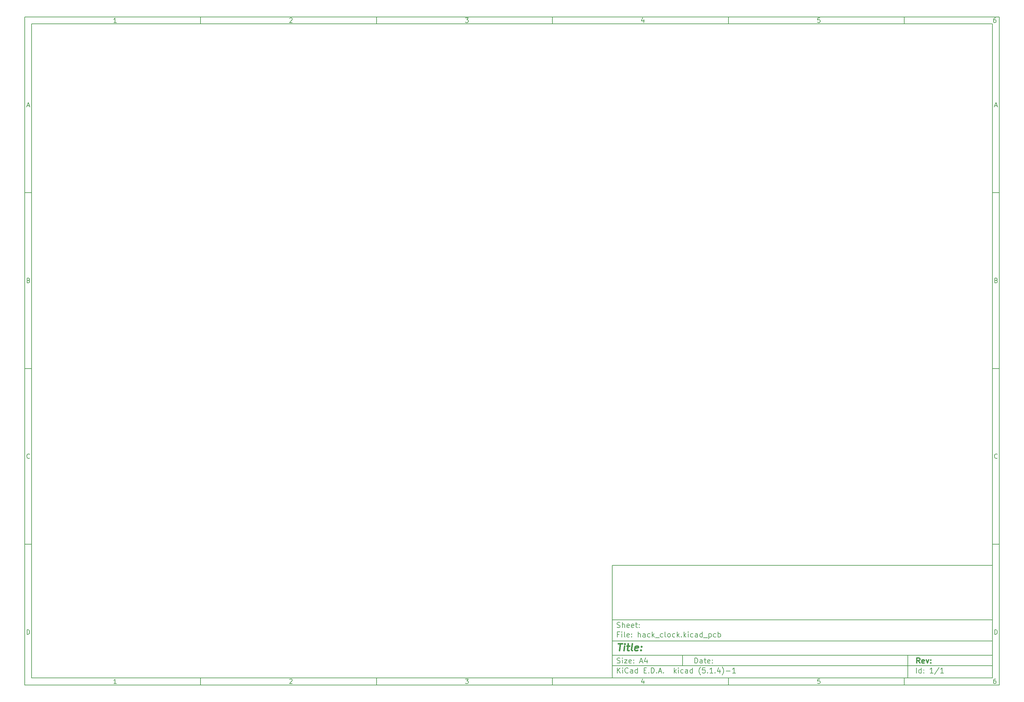
<source format=gbo>
G04 #@! TF.GenerationSoftware,KiCad,Pcbnew,(5.1.4)-1*
G04 #@! TF.CreationDate,2019-11-05T14:40:22+08:00*
G04 #@! TF.ProjectId,hack_clock,6861636b-5f63-46c6-9f63-6b2e6b696361,rev?*
G04 #@! TF.SameCoordinates,Original*
G04 #@! TF.FileFunction,Legend,Bot*
G04 #@! TF.FilePolarity,Positive*
%FSLAX46Y46*%
G04 Gerber Fmt 4.6, Leading zero omitted, Abs format (unit mm)*
G04 Created by KiCad (PCBNEW (5.1.4)-1) date 2019-11-05 14:40:22*
%MOMM*%
%LPD*%
G04 APERTURE LIST*
%ADD10C,0.150000*%
%ADD11C,0.300000*%
%ADD12C,0.400000*%
G04 APERTURE END LIST*
D10*
X177002200Y-166007200D02*
X177002200Y-198007200D01*
X285002200Y-198007200D01*
X285002200Y-166007200D01*
X177002200Y-166007200D01*
X10000000Y-10000000D02*
X10000000Y-200007200D01*
X287002200Y-200007200D01*
X287002200Y-10000000D01*
X10000000Y-10000000D01*
X12000000Y-12000000D02*
X12000000Y-198007200D01*
X285002200Y-198007200D01*
X285002200Y-12000000D01*
X12000000Y-12000000D01*
X60000000Y-12000000D02*
X60000000Y-10000000D01*
X110000000Y-12000000D02*
X110000000Y-10000000D01*
X160000000Y-12000000D02*
X160000000Y-10000000D01*
X210000000Y-12000000D02*
X210000000Y-10000000D01*
X260000000Y-12000000D02*
X260000000Y-10000000D01*
X36065476Y-11588095D02*
X35322619Y-11588095D01*
X35694047Y-11588095D02*
X35694047Y-10288095D01*
X35570238Y-10473809D01*
X35446428Y-10597619D01*
X35322619Y-10659523D01*
X85322619Y-10411904D02*
X85384523Y-10350000D01*
X85508333Y-10288095D01*
X85817857Y-10288095D01*
X85941666Y-10350000D01*
X86003571Y-10411904D01*
X86065476Y-10535714D01*
X86065476Y-10659523D01*
X86003571Y-10845238D01*
X85260714Y-11588095D01*
X86065476Y-11588095D01*
X135260714Y-10288095D02*
X136065476Y-10288095D01*
X135632142Y-10783333D01*
X135817857Y-10783333D01*
X135941666Y-10845238D01*
X136003571Y-10907142D01*
X136065476Y-11030952D01*
X136065476Y-11340476D01*
X136003571Y-11464285D01*
X135941666Y-11526190D01*
X135817857Y-11588095D01*
X135446428Y-11588095D01*
X135322619Y-11526190D01*
X135260714Y-11464285D01*
X185941666Y-10721428D02*
X185941666Y-11588095D01*
X185632142Y-10226190D02*
X185322619Y-11154761D01*
X186127380Y-11154761D01*
X236003571Y-10288095D02*
X235384523Y-10288095D01*
X235322619Y-10907142D01*
X235384523Y-10845238D01*
X235508333Y-10783333D01*
X235817857Y-10783333D01*
X235941666Y-10845238D01*
X236003571Y-10907142D01*
X236065476Y-11030952D01*
X236065476Y-11340476D01*
X236003571Y-11464285D01*
X235941666Y-11526190D01*
X235817857Y-11588095D01*
X235508333Y-11588095D01*
X235384523Y-11526190D01*
X235322619Y-11464285D01*
X285941666Y-10288095D02*
X285694047Y-10288095D01*
X285570238Y-10350000D01*
X285508333Y-10411904D01*
X285384523Y-10597619D01*
X285322619Y-10845238D01*
X285322619Y-11340476D01*
X285384523Y-11464285D01*
X285446428Y-11526190D01*
X285570238Y-11588095D01*
X285817857Y-11588095D01*
X285941666Y-11526190D01*
X286003571Y-11464285D01*
X286065476Y-11340476D01*
X286065476Y-11030952D01*
X286003571Y-10907142D01*
X285941666Y-10845238D01*
X285817857Y-10783333D01*
X285570238Y-10783333D01*
X285446428Y-10845238D01*
X285384523Y-10907142D01*
X285322619Y-11030952D01*
X60000000Y-198007200D02*
X60000000Y-200007200D01*
X110000000Y-198007200D02*
X110000000Y-200007200D01*
X160000000Y-198007200D02*
X160000000Y-200007200D01*
X210000000Y-198007200D02*
X210000000Y-200007200D01*
X260000000Y-198007200D02*
X260000000Y-200007200D01*
X36065476Y-199595295D02*
X35322619Y-199595295D01*
X35694047Y-199595295D02*
X35694047Y-198295295D01*
X35570238Y-198481009D01*
X35446428Y-198604819D01*
X35322619Y-198666723D01*
X85322619Y-198419104D02*
X85384523Y-198357200D01*
X85508333Y-198295295D01*
X85817857Y-198295295D01*
X85941666Y-198357200D01*
X86003571Y-198419104D01*
X86065476Y-198542914D01*
X86065476Y-198666723D01*
X86003571Y-198852438D01*
X85260714Y-199595295D01*
X86065476Y-199595295D01*
X135260714Y-198295295D02*
X136065476Y-198295295D01*
X135632142Y-198790533D01*
X135817857Y-198790533D01*
X135941666Y-198852438D01*
X136003571Y-198914342D01*
X136065476Y-199038152D01*
X136065476Y-199347676D01*
X136003571Y-199471485D01*
X135941666Y-199533390D01*
X135817857Y-199595295D01*
X135446428Y-199595295D01*
X135322619Y-199533390D01*
X135260714Y-199471485D01*
X185941666Y-198728628D02*
X185941666Y-199595295D01*
X185632142Y-198233390D02*
X185322619Y-199161961D01*
X186127380Y-199161961D01*
X236003571Y-198295295D02*
X235384523Y-198295295D01*
X235322619Y-198914342D01*
X235384523Y-198852438D01*
X235508333Y-198790533D01*
X235817857Y-198790533D01*
X235941666Y-198852438D01*
X236003571Y-198914342D01*
X236065476Y-199038152D01*
X236065476Y-199347676D01*
X236003571Y-199471485D01*
X235941666Y-199533390D01*
X235817857Y-199595295D01*
X235508333Y-199595295D01*
X235384523Y-199533390D01*
X235322619Y-199471485D01*
X285941666Y-198295295D02*
X285694047Y-198295295D01*
X285570238Y-198357200D01*
X285508333Y-198419104D01*
X285384523Y-198604819D01*
X285322619Y-198852438D01*
X285322619Y-199347676D01*
X285384523Y-199471485D01*
X285446428Y-199533390D01*
X285570238Y-199595295D01*
X285817857Y-199595295D01*
X285941666Y-199533390D01*
X286003571Y-199471485D01*
X286065476Y-199347676D01*
X286065476Y-199038152D01*
X286003571Y-198914342D01*
X285941666Y-198852438D01*
X285817857Y-198790533D01*
X285570238Y-198790533D01*
X285446428Y-198852438D01*
X285384523Y-198914342D01*
X285322619Y-199038152D01*
X10000000Y-60000000D02*
X12000000Y-60000000D01*
X10000000Y-110000000D02*
X12000000Y-110000000D01*
X10000000Y-160000000D02*
X12000000Y-160000000D01*
X10690476Y-35216666D02*
X11309523Y-35216666D01*
X10566666Y-35588095D02*
X11000000Y-34288095D01*
X11433333Y-35588095D01*
X11092857Y-84907142D02*
X11278571Y-84969047D01*
X11340476Y-85030952D01*
X11402380Y-85154761D01*
X11402380Y-85340476D01*
X11340476Y-85464285D01*
X11278571Y-85526190D01*
X11154761Y-85588095D01*
X10659523Y-85588095D01*
X10659523Y-84288095D01*
X11092857Y-84288095D01*
X11216666Y-84350000D01*
X11278571Y-84411904D01*
X11340476Y-84535714D01*
X11340476Y-84659523D01*
X11278571Y-84783333D01*
X11216666Y-84845238D01*
X11092857Y-84907142D01*
X10659523Y-84907142D01*
X11402380Y-135464285D02*
X11340476Y-135526190D01*
X11154761Y-135588095D01*
X11030952Y-135588095D01*
X10845238Y-135526190D01*
X10721428Y-135402380D01*
X10659523Y-135278571D01*
X10597619Y-135030952D01*
X10597619Y-134845238D01*
X10659523Y-134597619D01*
X10721428Y-134473809D01*
X10845238Y-134350000D01*
X11030952Y-134288095D01*
X11154761Y-134288095D01*
X11340476Y-134350000D01*
X11402380Y-134411904D01*
X10659523Y-185588095D02*
X10659523Y-184288095D01*
X10969047Y-184288095D01*
X11154761Y-184350000D01*
X11278571Y-184473809D01*
X11340476Y-184597619D01*
X11402380Y-184845238D01*
X11402380Y-185030952D01*
X11340476Y-185278571D01*
X11278571Y-185402380D01*
X11154761Y-185526190D01*
X10969047Y-185588095D01*
X10659523Y-185588095D01*
X287002200Y-60000000D02*
X285002200Y-60000000D01*
X287002200Y-110000000D02*
X285002200Y-110000000D01*
X287002200Y-160000000D02*
X285002200Y-160000000D01*
X285692676Y-35216666D02*
X286311723Y-35216666D01*
X285568866Y-35588095D02*
X286002200Y-34288095D01*
X286435533Y-35588095D01*
X286095057Y-84907142D02*
X286280771Y-84969047D01*
X286342676Y-85030952D01*
X286404580Y-85154761D01*
X286404580Y-85340476D01*
X286342676Y-85464285D01*
X286280771Y-85526190D01*
X286156961Y-85588095D01*
X285661723Y-85588095D01*
X285661723Y-84288095D01*
X286095057Y-84288095D01*
X286218866Y-84350000D01*
X286280771Y-84411904D01*
X286342676Y-84535714D01*
X286342676Y-84659523D01*
X286280771Y-84783333D01*
X286218866Y-84845238D01*
X286095057Y-84907142D01*
X285661723Y-84907142D01*
X286404580Y-135464285D02*
X286342676Y-135526190D01*
X286156961Y-135588095D01*
X286033152Y-135588095D01*
X285847438Y-135526190D01*
X285723628Y-135402380D01*
X285661723Y-135278571D01*
X285599819Y-135030952D01*
X285599819Y-134845238D01*
X285661723Y-134597619D01*
X285723628Y-134473809D01*
X285847438Y-134350000D01*
X286033152Y-134288095D01*
X286156961Y-134288095D01*
X286342676Y-134350000D01*
X286404580Y-134411904D01*
X285661723Y-185588095D02*
X285661723Y-184288095D01*
X285971247Y-184288095D01*
X286156961Y-184350000D01*
X286280771Y-184473809D01*
X286342676Y-184597619D01*
X286404580Y-184845238D01*
X286404580Y-185030952D01*
X286342676Y-185278571D01*
X286280771Y-185402380D01*
X286156961Y-185526190D01*
X285971247Y-185588095D01*
X285661723Y-185588095D01*
X200434342Y-193785771D02*
X200434342Y-192285771D01*
X200791485Y-192285771D01*
X201005771Y-192357200D01*
X201148628Y-192500057D01*
X201220057Y-192642914D01*
X201291485Y-192928628D01*
X201291485Y-193142914D01*
X201220057Y-193428628D01*
X201148628Y-193571485D01*
X201005771Y-193714342D01*
X200791485Y-193785771D01*
X200434342Y-193785771D01*
X202577200Y-193785771D02*
X202577200Y-193000057D01*
X202505771Y-192857200D01*
X202362914Y-192785771D01*
X202077200Y-192785771D01*
X201934342Y-192857200D01*
X202577200Y-193714342D02*
X202434342Y-193785771D01*
X202077200Y-193785771D01*
X201934342Y-193714342D01*
X201862914Y-193571485D01*
X201862914Y-193428628D01*
X201934342Y-193285771D01*
X202077200Y-193214342D01*
X202434342Y-193214342D01*
X202577200Y-193142914D01*
X203077200Y-192785771D02*
X203648628Y-192785771D01*
X203291485Y-192285771D02*
X203291485Y-193571485D01*
X203362914Y-193714342D01*
X203505771Y-193785771D01*
X203648628Y-193785771D01*
X204720057Y-193714342D02*
X204577200Y-193785771D01*
X204291485Y-193785771D01*
X204148628Y-193714342D01*
X204077200Y-193571485D01*
X204077200Y-193000057D01*
X204148628Y-192857200D01*
X204291485Y-192785771D01*
X204577200Y-192785771D01*
X204720057Y-192857200D01*
X204791485Y-193000057D01*
X204791485Y-193142914D01*
X204077200Y-193285771D01*
X205434342Y-193642914D02*
X205505771Y-193714342D01*
X205434342Y-193785771D01*
X205362914Y-193714342D01*
X205434342Y-193642914D01*
X205434342Y-193785771D01*
X205434342Y-192857200D02*
X205505771Y-192928628D01*
X205434342Y-193000057D01*
X205362914Y-192928628D01*
X205434342Y-192857200D01*
X205434342Y-193000057D01*
X177002200Y-194507200D02*
X285002200Y-194507200D01*
X178434342Y-196585771D02*
X178434342Y-195085771D01*
X179291485Y-196585771D02*
X178648628Y-195728628D01*
X179291485Y-195085771D02*
X178434342Y-195942914D01*
X179934342Y-196585771D02*
X179934342Y-195585771D01*
X179934342Y-195085771D02*
X179862914Y-195157200D01*
X179934342Y-195228628D01*
X180005771Y-195157200D01*
X179934342Y-195085771D01*
X179934342Y-195228628D01*
X181505771Y-196442914D02*
X181434342Y-196514342D01*
X181220057Y-196585771D01*
X181077200Y-196585771D01*
X180862914Y-196514342D01*
X180720057Y-196371485D01*
X180648628Y-196228628D01*
X180577200Y-195942914D01*
X180577200Y-195728628D01*
X180648628Y-195442914D01*
X180720057Y-195300057D01*
X180862914Y-195157200D01*
X181077200Y-195085771D01*
X181220057Y-195085771D01*
X181434342Y-195157200D01*
X181505771Y-195228628D01*
X182791485Y-196585771D02*
X182791485Y-195800057D01*
X182720057Y-195657200D01*
X182577200Y-195585771D01*
X182291485Y-195585771D01*
X182148628Y-195657200D01*
X182791485Y-196514342D02*
X182648628Y-196585771D01*
X182291485Y-196585771D01*
X182148628Y-196514342D01*
X182077200Y-196371485D01*
X182077200Y-196228628D01*
X182148628Y-196085771D01*
X182291485Y-196014342D01*
X182648628Y-196014342D01*
X182791485Y-195942914D01*
X184148628Y-196585771D02*
X184148628Y-195085771D01*
X184148628Y-196514342D02*
X184005771Y-196585771D01*
X183720057Y-196585771D01*
X183577200Y-196514342D01*
X183505771Y-196442914D01*
X183434342Y-196300057D01*
X183434342Y-195871485D01*
X183505771Y-195728628D01*
X183577200Y-195657200D01*
X183720057Y-195585771D01*
X184005771Y-195585771D01*
X184148628Y-195657200D01*
X186005771Y-195800057D02*
X186505771Y-195800057D01*
X186720057Y-196585771D02*
X186005771Y-196585771D01*
X186005771Y-195085771D01*
X186720057Y-195085771D01*
X187362914Y-196442914D02*
X187434342Y-196514342D01*
X187362914Y-196585771D01*
X187291485Y-196514342D01*
X187362914Y-196442914D01*
X187362914Y-196585771D01*
X188077200Y-196585771D02*
X188077200Y-195085771D01*
X188434342Y-195085771D01*
X188648628Y-195157200D01*
X188791485Y-195300057D01*
X188862914Y-195442914D01*
X188934342Y-195728628D01*
X188934342Y-195942914D01*
X188862914Y-196228628D01*
X188791485Y-196371485D01*
X188648628Y-196514342D01*
X188434342Y-196585771D01*
X188077200Y-196585771D01*
X189577200Y-196442914D02*
X189648628Y-196514342D01*
X189577200Y-196585771D01*
X189505771Y-196514342D01*
X189577200Y-196442914D01*
X189577200Y-196585771D01*
X190220057Y-196157200D02*
X190934342Y-196157200D01*
X190077200Y-196585771D02*
X190577200Y-195085771D01*
X191077200Y-196585771D01*
X191577200Y-196442914D02*
X191648628Y-196514342D01*
X191577200Y-196585771D01*
X191505771Y-196514342D01*
X191577200Y-196442914D01*
X191577200Y-196585771D01*
X194577200Y-196585771D02*
X194577200Y-195085771D01*
X194720057Y-196014342D02*
X195148628Y-196585771D01*
X195148628Y-195585771D02*
X194577200Y-196157200D01*
X195791485Y-196585771D02*
X195791485Y-195585771D01*
X195791485Y-195085771D02*
X195720057Y-195157200D01*
X195791485Y-195228628D01*
X195862914Y-195157200D01*
X195791485Y-195085771D01*
X195791485Y-195228628D01*
X197148628Y-196514342D02*
X197005771Y-196585771D01*
X196720057Y-196585771D01*
X196577200Y-196514342D01*
X196505771Y-196442914D01*
X196434342Y-196300057D01*
X196434342Y-195871485D01*
X196505771Y-195728628D01*
X196577200Y-195657200D01*
X196720057Y-195585771D01*
X197005771Y-195585771D01*
X197148628Y-195657200D01*
X198434342Y-196585771D02*
X198434342Y-195800057D01*
X198362914Y-195657200D01*
X198220057Y-195585771D01*
X197934342Y-195585771D01*
X197791485Y-195657200D01*
X198434342Y-196514342D02*
X198291485Y-196585771D01*
X197934342Y-196585771D01*
X197791485Y-196514342D01*
X197720057Y-196371485D01*
X197720057Y-196228628D01*
X197791485Y-196085771D01*
X197934342Y-196014342D01*
X198291485Y-196014342D01*
X198434342Y-195942914D01*
X199791485Y-196585771D02*
X199791485Y-195085771D01*
X199791485Y-196514342D02*
X199648628Y-196585771D01*
X199362914Y-196585771D01*
X199220057Y-196514342D01*
X199148628Y-196442914D01*
X199077200Y-196300057D01*
X199077200Y-195871485D01*
X199148628Y-195728628D01*
X199220057Y-195657200D01*
X199362914Y-195585771D01*
X199648628Y-195585771D01*
X199791485Y-195657200D01*
X202077200Y-197157200D02*
X202005771Y-197085771D01*
X201862914Y-196871485D01*
X201791485Y-196728628D01*
X201720057Y-196514342D01*
X201648628Y-196157200D01*
X201648628Y-195871485D01*
X201720057Y-195514342D01*
X201791485Y-195300057D01*
X201862914Y-195157200D01*
X202005771Y-194942914D01*
X202077200Y-194871485D01*
X203362914Y-195085771D02*
X202648628Y-195085771D01*
X202577200Y-195800057D01*
X202648628Y-195728628D01*
X202791485Y-195657200D01*
X203148628Y-195657200D01*
X203291485Y-195728628D01*
X203362914Y-195800057D01*
X203434342Y-195942914D01*
X203434342Y-196300057D01*
X203362914Y-196442914D01*
X203291485Y-196514342D01*
X203148628Y-196585771D01*
X202791485Y-196585771D01*
X202648628Y-196514342D01*
X202577200Y-196442914D01*
X204077200Y-196442914D02*
X204148628Y-196514342D01*
X204077200Y-196585771D01*
X204005771Y-196514342D01*
X204077200Y-196442914D01*
X204077200Y-196585771D01*
X205577200Y-196585771D02*
X204720057Y-196585771D01*
X205148628Y-196585771D02*
X205148628Y-195085771D01*
X205005771Y-195300057D01*
X204862914Y-195442914D01*
X204720057Y-195514342D01*
X206220057Y-196442914D02*
X206291485Y-196514342D01*
X206220057Y-196585771D01*
X206148628Y-196514342D01*
X206220057Y-196442914D01*
X206220057Y-196585771D01*
X207577200Y-195585771D02*
X207577200Y-196585771D01*
X207220057Y-195014342D02*
X206862914Y-196085771D01*
X207791485Y-196085771D01*
X208220057Y-197157200D02*
X208291485Y-197085771D01*
X208434342Y-196871485D01*
X208505771Y-196728628D01*
X208577200Y-196514342D01*
X208648628Y-196157200D01*
X208648628Y-195871485D01*
X208577200Y-195514342D01*
X208505771Y-195300057D01*
X208434342Y-195157200D01*
X208291485Y-194942914D01*
X208220057Y-194871485D01*
X209362914Y-196014342D02*
X210505771Y-196014342D01*
X212005771Y-196585771D02*
X211148628Y-196585771D01*
X211577200Y-196585771D02*
X211577200Y-195085771D01*
X211434342Y-195300057D01*
X211291485Y-195442914D01*
X211148628Y-195514342D01*
X177002200Y-191507200D02*
X285002200Y-191507200D01*
D11*
X264411485Y-193785771D02*
X263911485Y-193071485D01*
X263554342Y-193785771D02*
X263554342Y-192285771D01*
X264125771Y-192285771D01*
X264268628Y-192357200D01*
X264340057Y-192428628D01*
X264411485Y-192571485D01*
X264411485Y-192785771D01*
X264340057Y-192928628D01*
X264268628Y-193000057D01*
X264125771Y-193071485D01*
X263554342Y-193071485D01*
X265625771Y-193714342D02*
X265482914Y-193785771D01*
X265197200Y-193785771D01*
X265054342Y-193714342D01*
X264982914Y-193571485D01*
X264982914Y-193000057D01*
X265054342Y-192857200D01*
X265197200Y-192785771D01*
X265482914Y-192785771D01*
X265625771Y-192857200D01*
X265697200Y-193000057D01*
X265697200Y-193142914D01*
X264982914Y-193285771D01*
X266197200Y-192785771D02*
X266554342Y-193785771D01*
X266911485Y-192785771D01*
X267482914Y-193642914D02*
X267554342Y-193714342D01*
X267482914Y-193785771D01*
X267411485Y-193714342D01*
X267482914Y-193642914D01*
X267482914Y-193785771D01*
X267482914Y-192857200D02*
X267554342Y-192928628D01*
X267482914Y-193000057D01*
X267411485Y-192928628D01*
X267482914Y-192857200D01*
X267482914Y-193000057D01*
D10*
X178362914Y-193714342D02*
X178577200Y-193785771D01*
X178934342Y-193785771D01*
X179077200Y-193714342D01*
X179148628Y-193642914D01*
X179220057Y-193500057D01*
X179220057Y-193357200D01*
X179148628Y-193214342D01*
X179077200Y-193142914D01*
X178934342Y-193071485D01*
X178648628Y-193000057D01*
X178505771Y-192928628D01*
X178434342Y-192857200D01*
X178362914Y-192714342D01*
X178362914Y-192571485D01*
X178434342Y-192428628D01*
X178505771Y-192357200D01*
X178648628Y-192285771D01*
X179005771Y-192285771D01*
X179220057Y-192357200D01*
X179862914Y-193785771D02*
X179862914Y-192785771D01*
X179862914Y-192285771D02*
X179791485Y-192357200D01*
X179862914Y-192428628D01*
X179934342Y-192357200D01*
X179862914Y-192285771D01*
X179862914Y-192428628D01*
X180434342Y-192785771D02*
X181220057Y-192785771D01*
X180434342Y-193785771D01*
X181220057Y-193785771D01*
X182362914Y-193714342D02*
X182220057Y-193785771D01*
X181934342Y-193785771D01*
X181791485Y-193714342D01*
X181720057Y-193571485D01*
X181720057Y-193000057D01*
X181791485Y-192857200D01*
X181934342Y-192785771D01*
X182220057Y-192785771D01*
X182362914Y-192857200D01*
X182434342Y-193000057D01*
X182434342Y-193142914D01*
X181720057Y-193285771D01*
X183077200Y-193642914D02*
X183148628Y-193714342D01*
X183077200Y-193785771D01*
X183005771Y-193714342D01*
X183077200Y-193642914D01*
X183077200Y-193785771D01*
X183077200Y-192857200D02*
X183148628Y-192928628D01*
X183077200Y-193000057D01*
X183005771Y-192928628D01*
X183077200Y-192857200D01*
X183077200Y-193000057D01*
X184862914Y-193357200D02*
X185577200Y-193357200D01*
X184720057Y-193785771D02*
X185220057Y-192285771D01*
X185720057Y-193785771D01*
X186862914Y-192785771D02*
X186862914Y-193785771D01*
X186505771Y-192214342D02*
X186148628Y-193285771D01*
X187077200Y-193285771D01*
X263434342Y-196585771D02*
X263434342Y-195085771D01*
X264791485Y-196585771D02*
X264791485Y-195085771D01*
X264791485Y-196514342D02*
X264648628Y-196585771D01*
X264362914Y-196585771D01*
X264220057Y-196514342D01*
X264148628Y-196442914D01*
X264077200Y-196300057D01*
X264077200Y-195871485D01*
X264148628Y-195728628D01*
X264220057Y-195657200D01*
X264362914Y-195585771D01*
X264648628Y-195585771D01*
X264791485Y-195657200D01*
X265505771Y-196442914D02*
X265577200Y-196514342D01*
X265505771Y-196585771D01*
X265434342Y-196514342D01*
X265505771Y-196442914D01*
X265505771Y-196585771D01*
X265505771Y-195657200D02*
X265577200Y-195728628D01*
X265505771Y-195800057D01*
X265434342Y-195728628D01*
X265505771Y-195657200D01*
X265505771Y-195800057D01*
X268148628Y-196585771D02*
X267291485Y-196585771D01*
X267720057Y-196585771D02*
X267720057Y-195085771D01*
X267577200Y-195300057D01*
X267434342Y-195442914D01*
X267291485Y-195514342D01*
X269862914Y-195014342D02*
X268577200Y-196942914D01*
X271148628Y-196585771D02*
X270291485Y-196585771D01*
X270720057Y-196585771D02*
X270720057Y-195085771D01*
X270577200Y-195300057D01*
X270434342Y-195442914D01*
X270291485Y-195514342D01*
X177002200Y-187507200D02*
X285002200Y-187507200D01*
D12*
X178714580Y-188211961D02*
X179857438Y-188211961D01*
X179036009Y-190211961D02*
X179286009Y-188211961D01*
X180274104Y-190211961D02*
X180440771Y-188878628D01*
X180524104Y-188211961D02*
X180416961Y-188307200D01*
X180500295Y-188402438D01*
X180607438Y-188307200D01*
X180524104Y-188211961D01*
X180500295Y-188402438D01*
X181107438Y-188878628D02*
X181869342Y-188878628D01*
X181476485Y-188211961D02*
X181262200Y-189926247D01*
X181333628Y-190116723D01*
X181512200Y-190211961D01*
X181702676Y-190211961D01*
X182655057Y-190211961D02*
X182476485Y-190116723D01*
X182405057Y-189926247D01*
X182619342Y-188211961D01*
X184190771Y-190116723D02*
X183988390Y-190211961D01*
X183607438Y-190211961D01*
X183428866Y-190116723D01*
X183357438Y-189926247D01*
X183452676Y-189164342D01*
X183571723Y-188973866D01*
X183774104Y-188878628D01*
X184155057Y-188878628D01*
X184333628Y-188973866D01*
X184405057Y-189164342D01*
X184381247Y-189354819D01*
X183405057Y-189545295D01*
X185155057Y-190021485D02*
X185238390Y-190116723D01*
X185131247Y-190211961D01*
X185047914Y-190116723D01*
X185155057Y-190021485D01*
X185131247Y-190211961D01*
X185286009Y-188973866D02*
X185369342Y-189069104D01*
X185262200Y-189164342D01*
X185178866Y-189069104D01*
X185286009Y-188973866D01*
X185262200Y-189164342D01*
D10*
X178934342Y-185600057D02*
X178434342Y-185600057D01*
X178434342Y-186385771D02*
X178434342Y-184885771D01*
X179148628Y-184885771D01*
X179720057Y-186385771D02*
X179720057Y-185385771D01*
X179720057Y-184885771D02*
X179648628Y-184957200D01*
X179720057Y-185028628D01*
X179791485Y-184957200D01*
X179720057Y-184885771D01*
X179720057Y-185028628D01*
X180648628Y-186385771D02*
X180505771Y-186314342D01*
X180434342Y-186171485D01*
X180434342Y-184885771D01*
X181791485Y-186314342D02*
X181648628Y-186385771D01*
X181362914Y-186385771D01*
X181220057Y-186314342D01*
X181148628Y-186171485D01*
X181148628Y-185600057D01*
X181220057Y-185457200D01*
X181362914Y-185385771D01*
X181648628Y-185385771D01*
X181791485Y-185457200D01*
X181862914Y-185600057D01*
X181862914Y-185742914D01*
X181148628Y-185885771D01*
X182505771Y-186242914D02*
X182577200Y-186314342D01*
X182505771Y-186385771D01*
X182434342Y-186314342D01*
X182505771Y-186242914D01*
X182505771Y-186385771D01*
X182505771Y-185457200D02*
X182577200Y-185528628D01*
X182505771Y-185600057D01*
X182434342Y-185528628D01*
X182505771Y-185457200D01*
X182505771Y-185600057D01*
X184362914Y-186385771D02*
X184362914Y-184885771D01*
X185005771Y-186385771D02*
X185005771Y-185600057D01*
X184934342Y-185457200D01*
X184791485Y-185385771D01*
X184577200Y-185385771D01*
X184434342Y-185457200D01*
X184362914Y-185528628D01*
X186362914Y-186385771D02*
X186362914Y-185600057D01*
X186291485Y-185457200D01*
X186148628Y-185385771D01*
X185862914Y-185385771D01*
X185720057Y-185457200D01*
X186362914Y-186314342D02*
X186220057Y-186385771D01*
X185862914Y-186385771D01*
X185720057Y-186314342D01*
X185648628Y-186171485D01*
X185648628Y-186028628D01*
X185720057Y-185885771D01*
X185862914Y-185814342D01*
X186220057Y-185814342D01*
X186362914Y-185742914D01*
X187720057Y-186314342D02*
X187577200Y-186385771D01*
X187291485Y-186385771D01*
X187148628Y-186314342D01*
X187077200Y-186242914D01*
X187005771Y-186100057D01*
X187005771Y-185671485D01*
X187077200Y-185528628D01*
X187148628Y-185457200D01*
X187291485Y-185385771D01*
X187577200Y-185385771D01*
X187720057Y-185457200D01*
X188362914Y-186385771D02*
X188362914Y-184885771D01*
X188505771Y-185814342D02*
X188934342Y-186385771D01*
X188934342Y-185385771D02*
X188362914Y-185957200D01*
X189220057Y-186528628D02*
X190362914Y-186528628D01*
X191362914Y-186314342D02*
X191220057Y-186385771D01*
X190934342Y-186385771D01*
X190791485Y-186314342D01*
X190720057Y-186242914D01*
X190648628Y-186100057D01*
X190648628Y-185671485D01*
X190720057Y-185528628D01*
X190791485Y-185457200D01*
X190934342Y-185385771D01*
X191220057Y-185385771D01*
X191362914Y-185457200D01*
X192220057Y-186385771D02*
X192077200Y-186314342D01*
X192005771Y-186171485D01*
X192005771Y-184885771D01*
X193005771Y-186385771D02*
X192862914Y-186314342D01*
X192791485Y-186242914D01*
X192720057Y-186100057D01*
X192720057Y-185671485D01*
X192791485Y-185528628D01*
X192862914Y-185457200D01*
X193005771Y-185385771D01*
X193220057Y-185385771D01*
X193362914Y-185457200D01*
X193434342Y-185528628D01*
X193505771Y-185671485D01*
X193505771Y-186100057D01*
X193434342Y-186242914D01*
X193362914Y-186314342D01*
X193220057Y-186385771D01*
X193005771Y-186385771D01*
X194791485Y-186314342D02*
X194648628Y-186385771D01*
X194362914Y-186385771D01*
X194220057Y-186314342D01*
X194148628Y-186242914D01*
X194077200Y-186100057D01*
X194077200Y-185671485D01*
X194148628Y-185528628D01*
X194220057Y-185457200D01*
X194362914Y-185385771D01*
X194648628Y-185385771D01*
X194791485Y-185457200D01*
X195434342Y-186385771D02*
X195434342Y-184885771D01*
X195577200Y-185814342D02*
X196005771Y-186385771D01*
X196005771Y-185385771D02*
X195434342Y-185957200D01*
X196648628Y-186242914D02*
X196720057Y-186314342D01*
X196648628Y-186385771D01*
X196577200Y-186314342D01*
X196648628Y-186242914D01*
X196648628Y-186385771D01*
X197362914Y-186385771D02*
X197362914Y-184885771D01*
X197505771Y-185814342D02*
X197934342Y-186385771D01*
X197934342Y-185385771D02*
X197362914Y-185957200D01*
X198577200Y-186385771D02*
X198577200Y-185385771D01*
X198577200Y-184885771D02*
X198505771Y-184957200D01*
X198577200Y-185028628D01*
X198648628Y-184957200D01*
X198577200Y-184885771D01*
X198577200Y-185028628D01*
X199934342Y-186314342D02*
X199791485Y-186385771D01*
X199505771Y-186385771D01*
X199362914Y-186314342D01*
X199291485Y-186242914D01*
X199220057Y-186100057D01*
X199220057Y-185671485D01*
X199291485Y-185528628D01*
X199362914Y-185457200D01*
X199505771Y-185385771D01*
X199791485Y-185385771D01*
X199934342Y-185457200D01*
X201220057Y-186385771D02*
X201220057Y-185600057D01*
X201148628Y-185457200D01*
X201005771Y-185385771D01*
X200720057Y-185385771D01*
X200577200Y-185457200D01*
X201220057Y-186314342D02*
X201077200Y-186385771D01*
X200720057Y-186385771D01*
X200577200Y-186314342D01*
X200505771Y-186171485D01*
X200505771Y-186028628D01*
X200577200Y-185885771D01*
X200720057Y-185814342D01*
X201077200Y-185814342D01*
X201220057Y-185742914D01*
X202577200Y-186385771D02*
X202577200Y-184885771D01*
X202577200Y-186314342D02*
X202434342Y-186385771D01*
X202148628Y-186385771D01*
X202005771Y-186314342D01*
X201934342Y-186242914D01*
X201862914Y-186100057D01*
X201862914Y-185671485D01*
X201934342Y-185528628D01*
X202005771Y-185457200D01*
X202148628Y-185385771D01*
X202434342Y-185385771D01*
X202577200Y-185457200D01*
X202934342Y-186528628D02*
X204077200Y-186528628D01*
X204434342Y-185385771D02*
X204434342Y-186885771D01*
X204434342Y-185457200D02*
X204577200Y-185385771D01*
X204862914Y-185385771D01*
X205005771Y-185457200D01*
X205077200Y-185528628D01*
X205148628Y-185671485D01*
X205148628Y-186100057D01*
X205077200Y-186242914D01*
X205005771Y-186314342D01*
X204862914Y-186385771D01*
X204577200Y-186385771D01*
X204434342Y-186314342D01*
X206434342Y-186314342D02*
X206291485Y-186385771D01*
X206005771Y-186385771D01*
X205862914Y-186314342D01*
X205791485Y-186242914D01*
X205720057Y-186100057D01*
X205720057Y-185671485D01*
X205791485Y-185528628D01*
X205862914Y-185457200D01*
X206005771Y-185385771D01*
X206291485Y-185385771D01*
X206434342Y-185457200D01*
X207077200Y-186385771D02*
X207077200Y-184885771D01*
X207077200Y-185457200D02*
X207220057Y-185385771D01*
X207505771Y-185385771D01*
X207648628Y-185457200D01*
X207720057Y-185528628D01*
X207791485Y-185671485D01*
X207791485Y-186100057D01*
X207720057Y-186242914D01*
X207648628Y-186314342D01*
X207505771Y-186385771D01*
X207220057Y-186385771D01*
X207077200Y-186314342D01*
X177002200Y-181507200D02*
X285002200Y-181507200D01*
X178362914Y-183614342D02*
X178577200Y-183685771D01*
X178934342Y-183685771D01*
X179077200Y-183614342D01*
X179148628Y-183542914D01*
X179220057Y-183400057D01*
X179220057Y-183257200D01*
X179148628Y-183114342D01*
X179077200Y-183042914D01*
X178934342Y-182971485D01*
X178648628Y-182900057D01*
X178505771Y-182828628D01*
X178434342Y-182757200D01*
X178362914Y-182614342D01*
X178362914Y-182471485D01*
X178434342Y-182328628D01*
X178505771Y-182257200D01*
X178648628Y-182185771D01*
X179005771Y-182185771D01*
X179220057Y-182257200D01*
X179862914Y-183685771D02*
X179862914Y-182185771D01*
X180505771Y-183685771D02*
X180505771Y-182900057D01*
X180434342Y-182757200D01*
X180291485Y-182685771D01*
X180077200Y-182685771D01*
X179934342Y-182757200D01*
X179862914Y-182828628D01*
X181791485Y-183614342D02*
X181648628Y-183685771D01*
X181362914Y-183685771D01*
X181220057Y-183614342D01*
X181148628Y-183471485D01*
X181148628Y-182900057D01*
X181220057Y-182757200D01*
X181362914Y-182685771D01*
X181648628Y-182685771D01*
X181791485Y-182757200D01*
X181862914Y-182900057D01*
X181862914Y-183042914D01*
X181148628Y-183185771D01*
X183077200Y-183614342D02*
X182934342Y-183685771D01*
X182648628Y-183685771D01*
X182505771Y-183614342D01*
X182434342Y-183471485D01*
X182434342Y-182900057D01*
X182505771Y-182757200D01*
X182648628Y-182685771D01*
X182934342Y-182685771D01*
X183077200Y-182757200D01*
X183148628Y-182900057D01*
X183148628Y-183042914D01*
X182434342Y-183185771D01*
X183577200Y-182685771D02*
X184148628Y-182685771D01*
X183791485Y-182185771D02*
X183791485Y-183471485D01*
X183862914Y-183614342D01*
X184005771Y-183685771D01*
X184148628Y-183685771D01*
X184648628Y-183542914D02*
X184720057Y-183614342D01*
X184648628Y-183685771D01*
X184577200Y-183614342D01*
X184648628Y-183542914D01*
X184648628Y-183685771D01*
X184648628Y-182757200D02*
X184720057Y-182828628D01*
X184648628Y-182900057D01*
X184577200Y-182828628D01*
X184648628Y-182757200D01*
X184648628Y-182900057D01*
X197002200Y-191507200D02*
X197002200Y-194507200D01*
X261002200Y-191507200D02*
X261002200Y-198007200D01*
M02*

</source>
